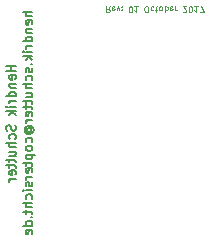
<source format=gbr>
G04 #@! TF.FileFunction,Legend,Bot*
%FSLAX46Y46*%
G04 Gerber Fmt 4.6, Leading zero omitted, Abs format (unit mm)*
G04 Created by KiCad (PCBNEW 4.0.7) date Fri Oct 27 13:36:46 2017*
%MOMM*%
%LPD*%
G01*
G04 APERTURE LIST*
%ADD10C,0.100000*%
%ADD11C,0.125000*%
%ADD12C,0.200000*%
G04 APERTURE END LIST*
D10*
D11*
X143764479Y-99849810D02*
X143597812Y-100087905D01*
X143478765Y-99849810D02*
X143478765Y-100349810D01*
X143669241Y-100349810D01*
X143716860Y-100326000D01*
X143740669Y-100302190D01*
X143764479Y-100254571D01*
X143764479Y-100183143D01*
X143740669Y-100135524D01*
X143716860Y-100111714D01*
X143669241Y-100087905D01*
X143478765Y-100087905D01*
X144169241Y-99873619D02*
X144121622Y-99849810D01*
X144026384Y-99849810D01*
X143978765Y-99873619D01*
X143954955Y-99921238D01*
X143954955Y-100111714D01*
X143978765Y-100159333D01*
X144026384Y-100183143D01*
X144121622Y-100183143D01*
X144169241Y-100159333D01*
X144193050Y-100111714D01*
X144193050Y-100064095D01*
X143954955Y-100016476D01*
X144359717Y-100183143D02*
X144478764Y-99849810D01*
X144597812Y-100183143D01*
X144788288Y-99897429D02*
X144812097Y-99873619D01*
X144788288Y-99849810D01*
X144764478Y-99873619D01*
X144788288Y-99897429D01*
X144788288Y-99849810D01*
X144788288Y-100159333D02*
X144812097Y-100135524D01*
X144788288Y-100111714D01*
X144764478Y-100135524D01*
X144788288Y-100159333D01*
X144788288Y-100111714D01*
X145502573Y-100349810D02*
X145550192Y-100349810D01*
X145597811Y-100326000D01*
X145621620Y-100302190D01*
X145645430Y-100254571D01*
X145669239Y-100159333D01*
X145669239Y-100040286D01*
X145645430Y-99945048D01*
X145621620Y-99897429D01*
X145597811Y-99873619D01*
X145550192Y-99849810D01*
X145502573Y-99849810D01*
X145454954Y-99873619D01*
X145431144Y-99897429D01*
X145407335Y-99945048D01*
X145383525Y-100040286D01*
X145383525Y-100159333D01*
X145407335Y-100254571D01*
X145431144Y-100302190D01*
X145454954Y-100326000D01*
X145502573Y-100349810D01*
X146145429Y-99849810D02*
X145859715Y-99849810D01*
X146002572Y-99849810D02*
X146002572Y-100349810D01*
X145954953Y-100278381D01*
X145907334Y-100230762D01*
X145859715Y-100206952D01*
X146835905Y-100349810D02*
X146931143Y-100349810D01*
X146978762Y-100326000D01*
X147026381Y-100278381D01*
X147050190Y-100183143D01*
X147050190Y-100016476D01*
X147026381Y-99921238D01*
X146978762Y-99873619D01*
X146931143Y-99849810D01*
X146835905Y-99849810D01*
X146788286Y-99873619D01*
X146740667Y-99921238D01*
X146716857Y-100016476D01*
X146716857Y-100183143D01*
X146740667Y-100278381D01*
X146788286Y-100326000D01*
X146835905Y-100349810D01*
X147478762Y-99873619D02*
X147431143Y-99849810D01*
X147335905Y-99849810D01*
X147288286Y-99873619D01*
X147264477Y-99897429D01*
X147240667Y-99945048D01*
X147240667Y-100087905D01*
X147264477Y-100135524D01*
X147288286Y-100159333D01*
X147335905Y-100183143D01*
X147431143Y-100183143D01*
X147478762Y-100159333D01*
X147621619Y-100183143D02*
X147812095Y-100183143D01*
X147693048Y-100349810D02*
X147693048Y-99921238D01*
X147716857Y-99873619D01*
X147764476Y-99849810D01*
X147812095Y-99849810D01*
X148050190Y-99849810D02*
X148002571Y-99873619D01*
X147978762Y-99897429D01*
X147954952Y-99945048D01*
X147954952Y-100087905D01*
X147978762Y-100135524D01*
X148002571Y-100159333D01*
X148050190Y-100183143D01*
X148121619Y-100183143D01*
X148169238Y-100159333D01*
X148193047Y-100135524D01*
X148216857Y-100087905D01*
X148216857Y-99945048D01*
X148193047Y-99897429D01*
X148169238Y-99873619D01*
X148121619Y-99849810D01*
X148050190Y-99849810D01*
X148431143Y-99849810D02*
X148431143Y-100349810D01*
X148431143Y-100159333D02*
X148478762Y-100183143D01*
X148574000Y-100183143D01*
X148621619Y-100159333D01*
X148645428Y-100135524D01*
X148669238Y-100087905D01*
X148669238Y-99945048D01*
X148645428Y-99897429D01*
X148621619Y-99873619D01*
X148574000Y-99849810D01*
X148478762Y-99849810D01*
X148431143Y-99873619D01*
X149074000Y-99873619D02*
X149026381Y-99849810D01*
X148931143Y-99849810D01*
X148883524Y-99873619D01*
X148859714Y-99921238D01*
X148859714Y-100111714D01*
X148883524Y-100159333D01*
X148931143Y-100183143D01*
X149026381Y-100183143D01*
X149074000Y-100159333D01*
X149097809Y-100111714D01*
X149097809Y-100064095D01*
X148859714Y-100016476D01*
X149312095Y-99849810D02*
X149312095Y-100183143D01*
X149312095Y-100087905D02*
X149335904Y-100135524D01*
X149359714Y-100159333D01*
X149407333Y-100183143D01*
X149454952Y-100183143D01*
X149978761Y-100302190D02*
X150002571Y-100326000D01*
X150050190Y-100349810D01*
X150169237Y-100349810D01*
X150216856Y-100326000D01*
X150240666Y-100302190D01*
X150264475Y-100254571D01*
X150264475Y-100206952D01*
X150240666Y-100135524D01*
X149954952Y-99849810D01*
X150264475Y-99849810D01*
X150573999Y-100349810D02*
X150621618Y-100349810D01*
X150669237Y-100326000D01*
X150693046Y-100302190D01*
X150716856Y-100254571D01*
X150740665Y-100159333D01*
X150740665Y-100040286D01*
X150716856Y-99945048D01*
X150693046Y-99897429D01*
X150669237Y-99873619D01*
X150621618Y-99849810D01*
X150573999Y-99849810D01*
X150526380Y-99873619D01*
X150502570Y-99897429D01*
X150478761Y-99945048D01*
X150454951Y-100040286D01*
X150454951Y-100159333D01*
X150478761Y-100254571D01*
X150502570Y-100302190D01*
X150526380Y-100326000D01*
X150573999Y-100349810D01*
X151216855Y-99849810D02*
X150931141Y-99849810D01*
X151073998Y-99849810D02*
X151073998Y-100349810D01*
X151026379Y-100278381D01*
X150978760Y-100230762D01*
X150931141Y-100206952D01*
X151383522Y-100349810D02*
X151716855Y-100349810D01*
X151502569Y-99849810D01*
D12*
X135805905Y-104870857D02*
X135005905Y-104870857D01*
X135386857Y-104870857D02*
X135386857Y-105328000D01*
X135805905Y-105328000D02*
X135005905Y-105328000D01*
X135767810Y-106013714D02*
X135805905Y-105937524D01*
X135805905Y-105785143D01*
X135767810Y-105708952D01*
X135691619Y-105670857D01*
X135386857Y-105670857D01*
X135310667Y-105708952D01*
X135272571Y-105785143D01*
X135272571Y-105937524D01*
X135310667Y-106013714D01*
X135386857Y-106051809D01*
X135463048Y-106051809D01*
X135539238Y-105670857D01*
X135272571Y-106394666D02*
X135805905Y-106394666D01*
X135348762Y-106394666D02*
X135310667Y-106432761D01*
X135272571Y-106508952D01*
X135272571Y-106623238D01*
X135310667Y-106699428D01*
X135386857Y-106737523D01*
X135805905Y-106737523D01*
X135805905Y-107461333D02*
X135005905Y-107461333D01*
X135767810Y-107461333D02*
X135805905Y-107385143D01*
X135805905Y-107232762D01*
X135767810Y-107156571D01*
X135729714Y-107118476D01*
X135653524Y-107080381D01*
X135424952Y-107080381D01*
X135348762Y-107118476D01*
X135310667Y-107156571D01*
X135272571Y-107232762D01*
X135272571Y-107385143D01*
X135310667Y-107461333D01*
X135805905Y-107842286D02*
X135272571Y-107842286D01*
X135424952Y-107842286D02*
X135348762Y-107880381D01*
X135310667Y-107918477D01*
X135272571Y-107994667D01*
X135272571Y-108070858D01*
X135805905Y-108337524D02*
X135272571Y-108337524D01*
X135005905Y-108337524D02*
X135044000Y-108299429D01*
X135082095Y-108337524D01*
X135044000Y-108375619D01*
X135005905Y-108337524D01*
X135082095Y-108337524D01*
X135805905Y-108718476D02*
X135005905Y-108718476D01*
X135501143Y-108794667D02*
X135805905Y-109023238D01*
X135272571Y-109023238D02*
X135577333Y-108718476D01*
X135767810Y-109937524D02*
X135805905Y-110051810D01*
X135805905Y-110242286D01*
X135767810Y-110318476D01*
X135729714Y-110356572D01*
X135653524Y-110394667D01*
X135577333Y-110394667D01*
X135501143Y-110356572D01*
X135463048Y-110318476D01*
X135424952Y-110242286D01*
X135386857Y-110089905D01*
X135348762Y-110013714D01*
X135310667Y-109975619D01*
X135234476Y-109937524D01*
X135158286Y-109937524D01*
X135082095Y-109975619D01*
X135044000Y-110013714D01*
X135005905Y-110089905D01*
X135005905Y-110280381D01*
X135044000Y-110394667D01*
X135767810Y-111080381D02*
X135805905Y-111004191D01*
X135805905Y-110851810D01*
X135767810Y-110775619D01*
X135729714Y-110737524D01*
X135653524Y-110699429D01*
X135424952Y-110699429D01*
X135348762Y-110737524D01*
X135310667Y-110775619D01*
X135272571Y-110851810D01*
X135272571Y-111004191D01*
X135310667Y-111080381D01*
X135805905Y-111423238D02*
X135005905Y-111423238D01*
X135805905Y-111766095D02*
X135386857Y-111766095D01*
X135310667Y-111728000D01*
X135272571Y-111651810D01*
X135272571Y-111537524D01*
X135310667Y-111461333D01*
X135348762Y-111423238D01*
X135272571Y-112489905D02*
X135805905Y-112489905D01*
X135272571Y-112147048D02*
X135691619Y-112147048D01*
X135767810Y-112185143D01*
X135805905Y-112261334D01*
X135805905Y-112375620D01*
X135767810Y-112451810D01*
X135729714Y-112489905D01*
X135272571Y-112756572D02*
X135272571Y-113061334D01*
X135005905Y-112870858D02*
X135691619Y-112870858D01*
X135767810Y-112908953D01*
X135805905Y-112985144D01*
X135805905Y-113061334D01*
X135272571Y-113213715D02*
X135272571Y-113518477D01*
X135005905Y-113328001D02*
X135691619Y-113328001D01*
X135767810Y-113366096D01*
X135805905Y-113442287D01*
X135805905Y-113518477D01*
X135767810Y-114089906D02*
X135805905Y-114013716D01*
X135805905Y-113861335D01*
X135767810Y-113785144D01*
X135691619Y-113747049D01*
X135386857Y-113747049D01*
X135310667Y-113785144D01*
X135272571Y-113861335D01*
X135272571Y-114013716D01*
X135310667Y-114089906D01*
X135386857Y-114128001D01*
X135463048Y-114128001D01*
X135539238Y-113747049D01*
X135805905Y-114470858D02*
X135272571Y-114470858D01*
X135424952Y-114470858D02*
X135348762Y-114508953D01*
X135310667Y-114547049D01*
X135272571Y-114623239D01*
X135272571Y-114699430D01*
X137205905Y-100356571D02*
X136405905Y-100356571D01*
X137205905Y-100699428D02*
X136786857Y-100699428D01*
X136710667Y-100661333D01*
X136672571Y-100585143D01*
X136672571Y-100470857D01*
X136710667Y-100394666D01*
X136748762Y-100356571D01*
X137167810Y-101385143D02*
X137205905Y-101308953D01*
X137205905Y-101156572D01*
X137167810Y-101080381D01*
X137091619Y-101042286D01*
X136786857Y-101042286D01*
X136710667Y-101080381D01*
X136672571Y-101156572D01*
X136672571Y-101308953D01*
X136710667Y-101385143D01*
X136786857Y-101423238D01*
X136863048Y-101423238D01*
X136939238Y-101042286D01*
X136672571Y-101766095D02*
X137205905Y-101766095D01*
X136748762Y-101766095D02*
X136710667Y-101804190D01*
X136672571Y-101880381D01*
X136672571Y-101994667D01*
X136710667Y-102070857D01*
X136786857Y-102108952D01*
X137205905Y-102108952D01*
X137205905Y-102832762D02*
X136405905Y-102832762D01*
X137167810Y-102832762D02*
X137205905Y-102756572D01*
X137205905Y-102604191D01*
X137167810Y-102528000D01*
X137129714Y-102489905D01*
X137053524Y-102451810D01*
X136824952Y-102451810D01*
X136748762Y-102489905D01*
X136710667Y-102528000D01*
X136672571Y-102604191D01*
X136672571Y-102756572D01*
X136710667Y-102832762D01*
X137205905Y-103213715D02*
X136672571Y-103213715D01*
X136824952Y-103213715D02*
X136748762Y-103251810D01*
X136710667Y-103289906D01*
X136672571Y-103366096D01*
X136672571Y-103442287D01*
X137205905Y-103708953D02*
X136672571Y-103708953D01*
X136405905Y-103708953D02*
X136444000Y-103670858D01*
X136482095Y-103708953D01*
X136444000Y-103747048D01*
X136405905Y-103708953D01*
X136482095Y-103708953D01*
X137205905Y-104089905D02*
X136405905Y-104089905D01*
X136901143Y-104166096D02*
X137205905Y-104394667D01*
X136672571Y-104394667D02*
X136977333Y-104089905D01*
X137129714Y-104737524D02*
X137167810Y-104775619D01*
X137205905Y-104737524D01*
X137167810Y-104699429D01*
X137129714Y-104737524D01*
X137205905Y-104737524D01*
X137167810Y-105080381D02*
X137205905Y-105156571D01*
X137205905Y-105308952D01*
X137167810Y-105385143D01*
X137091619Y-105423238D01*
X137053524Y-105423238D01*
X136977333Y-105385143D01*
X136939238Y-105308952D01*
X136939238Y-105194667D01*
X136901143Y-105118476D01*
X136824952Y-105080381D01*
X136786857Y-105080381D01*
X136710667Y-105118476D01*
X136672571Y-105194667D01*
X136672571Y-105308952D01*
X136710667Y-105385143D01*
X137167810Y-106108952D02*
X137205905Y-106032762D01*
X137205905Y-105880381D01*
X137167810Y-105804190D01*
X137129714Y-105766095D01*
X137053524Y-105728000D01*
X136824952Y-105728000D01*
X136748762Y-105766095D01*
X136710667Y-105804190D01*
X136672571Y-105880381D01*
X136672571Y-106032762D01*
X136710667Y-106108952D01*
X137205905Y-106451809D02*
X136405905Y-106451809D01*
X137205905Y-106794666D02*
X136786857Y-106794666D01*
X136710667Y-106756571D01*
X136672571Y-106680381D01*
X136672571Y-106566095D01*
X136710667Y-106489904D01*
X136748762Y-106451809D01*
X136672571Y-107518476D02*
X137205905Y-107518476D01*
X136672571Y-107175619D02*
X137091619Y-107175619D01*
X137167810Y-107213714D01*
X137205905Y-107289905D01*
X137205905Y-107404191D01*
X137167810Y-107480381D01*
X137129714Y-107518476D01*
X136672571Y-107785143D02*
X136672571Y-108089905D01*
X136405905Y-107899429D02*
X137091619Y-107899429D01*
X137167810Y-107937524D01*
X137205905Y-108013715D01*
X137205905Y-108089905D01*
X136672571Y-108242286D02*
X136672571Y-108547048D01*
X136405905Y-108356572D02*
X137091619Y-108356572D01*
X137167810Y-108394667D01*
X137205905Y-108470858D01*
X137205905Y-108547048D01*
X137167810Y-109118477D02*
X137205905Y-109042287D01*
X137205905Y-108889906D01*
X137167810Y-108813715D01*
X137091619Y-108775620D01*
X136786857Y-108775620D01*
X136710667Y-108813715D01*
X136672571Y-108889906D01*
X136672571Y-109042287D01*
X136710667Y-109118477D01*
X136786857Y-109156572D01*
X136863048Y-109156572D01*
X136939238Y-108775620D01*
X137205905Y-109499429D02*
X136672571Y-109499429D01*
X136824952Y-109499429D02*
X136748762Y-109537524D01*
X136710667Y-109575620D01*
X136672571Y-109651810D01*
X136672571Y-109728001D01*
X136824952Y-110489905D02*
X136786857Y-110451810D01*
X136748762Y-110375620D01*
X136748762Y-110299429D01*
X136786857Y-110223239D01*
X136824952Y-110185143D01*
X136901143Y-110147048D01*
X136977333Y-110147048D01*
X137053524Y-110185143D01*
X137091619Y-110223239D01*
X137129714Y-110299429D01*
X137129714Y-110375620D01*
X137091619Y-110451810D01*
X137053524Y-110489905D01*
X136748762Y-110489905D02*
X137053524Y-110489905D01*
X137091619Y-110528001D01*
X137091619Y-110566096D01*
X137053524Y-110642286D01*
X136977333Y-110680381D01*
X136786857Y-110680381D01*
X136672571Y-110604191D01*
X136596381Y-110489905D01*
X136558286Y-110337524D01*
X136596381Y-110185143D01*
X136672571Y-110070858D01*
X136786857Y-109994667D01*
X136939238Y-109956572D01*
X137091619Y-109994667D01*
X137205905Y-110070858D01*
X137282095Y-110185143D01*
X137320190Y-110337524D01*
X137282095Y-110489905D01*
X137205905Y-110604191D01*
X137167810Y-111366095D02*
X137205905Y-111289905D01*
X137205905Y-111137524D01*
X137167810Y-111061333D01*
X137129714Y-111023238D01*
X137053524Y-110985143D01*
X136824952Y-110985143D01*
X136748762Y-111023238D01*
X136710667Y-111061333D01*
X136672571Y-111137524D01*
X136672571Y-111289905D01*
X136710667Y-111366095D01*
X137205905Y-111823238D02*
X137167810Y-111747047D01*
X137129714Y-111708952D01*
X137053524Y-111670857D01*
X136824952Y-111670857D01*
X136748762Y-111708952D01*
X136710667Y-111747047D01*
X136672571Y-111823238D01*
X136672571Y-111937524D01*
X136710667Y-112013714D01*
X136748762Y-112051809D01*
X136824952Y-112089905D01*
X137053524Y-112089905D01*
X137129714Y-112051809D01*
X137167810Y-112013714D01*
X137205905Y-111937524D01*
X137205905Y-111823238D01*
X136672571Y-112432762D02*
X137472571Y-112432762D01*
X136710667Y-112432762D02*
X136672571Y-112508953D01*
X136672571Y-112661334D01*
X136710667Y-112737524D01*
X136748762Y-112775619D01*
X136824952Y-112813715D01*
X137053524Y-112813715D01*
X137129714Y-112775619D01*
X137167810Y-112737524D01*
X137205905Y-112661334D01*
X137205905Y-112508953D01*
X137167810Y-112432762D01*
X136672571Y-113042286D02*
X136672571Y-113347048D01*
X136405905Y-113156572D02*
X137091619Y-113156572D01*
X137167810Y-113194667D01*
X137205905Y-113270858D01*
X137205905Y-113347048D01*
X137167810Y-113918477D02*
X137205905Y-113842287D01*
X137205905Y-113689906D01*
X137167810Y-113613715D01*
X137091619Y-113575620D01*
X136786857Y-113575620D01*
X136710667Y-113613715D01*
X136672571Y-113689906D01*
X136672571Y-113842287D01*
X136710667Y-113918477D01*
X136786857Y-113956572D01*
X136863048Y-113956572D01*
X136939238Y-113575620D01*
X137205905Y-114299429D02*
X136672571Y-114299429D01*
X136824952Y-114299429D02*
X136748762Y-114337524D01*
X136710667Y-114375620D01*
X136672571Y-114451810D01*
X136672571Y-114528001D01*
X137167810Y-114756572D02*
X137205905Y-114832762D01*
X137205905Y-114985143D01*
X137167810Y-115061334D01*
X137091619Y-115099429D01*
X137053524Y-115099429D01*
X136977333Y-115061334D01*
X136939238Y-114985143D01*
X136939238Y-114870858D01*
X136901143Y-114794667D01*
X136824952Y-114756572D01*
X136786857Y-114756572D01*
X136710667Y-114794667D01*
X136672571Y-114870858D01*
X136672571Y-114985143D01*
X136710667Y-115061334D01*
X137205905Y-115442286D02*
X136672571Y-115442286D01*
X136405905Y-115442286D02*
X136444000Y-115404191D01*
X136482095Y-115442286D01*
X136444000Y-115480381D01*
X136405905Y-115442286D01*
X136482095Y-115442286D01*
X137167810Y-116166095D02*
X137205905Y-116089905D01*
X137205905Y-115937524D01*
X137167810Y-115861333D01*
X137129714Y-115823238D01*
X137053524Y-115785143D01*
X136824952Y-115785143D01*
X136748762Y-115823238D01*
X136710667Y-115861333D01*
X136672571Y-115937524D01*
X136672571Y-116089905D01*
X136710667Y-116166095D01*
X137205905Y-116508952D02*
X136405905Y-116508952D01*
X137205905Y-116851809D02*
X136786857Y-116851809D01*
X136710667Y-116813714D01*
X136672571Y-116737524D01*
X136672571Y-116623238D01*
X136710667Y-116547047D01*
X136748762Y-116508952D01*
X136672571Y-117118476D02*
X136672571Y-117423238D01*
X136405905Y-117232762D02*
X137091619Y-117232762D01*
X137167810Y-117270857D01*
X137205905Y-117347048D01*
X137205905Y-117423238D01*
X137129714Y-117689905D02*
X137167810Y-117728000D01*
X137205905Y-117689905D01*
X137167810Y-117651810D01*
X137129714Y-117689905D01*
X137205905Y-117689905D01*
X137205905Y-118413714D02*
X136405905Y-118413714D01*
X137167810Y-118413714D02*
X137205905Y-118337524D01*
X137205905Y-118185143D01*
X137167810Y-118108952D01*
X137129714Y-118070857D01*
X137053524Y-118032762D01*
X136824952Y-118032762D01*
X136748762Y-118070857D01*
X136710667Y-118108952D01*
X136672571Y-118185143D01*
X136672571Y-118337524D01*
X136710667Y-118413714D01*
X137167810Y-119099429D02*
X137205905Y-119023239D01*
X137205905Y-118870858D01*
X137167810Y-118794667D01*
X137091619Y-118756572D01*
X136786857Y-118756572D01*
X136710667Y-118794667D01*
X136672571Y-118870858D01*
X136672571Y-119023239D01*
X136710667Y-119099429D01*
X136786857Y-119137524D01*
X136863048Y-119137524D01*
X136939238Y-118756572D01*
M02*

</source>
